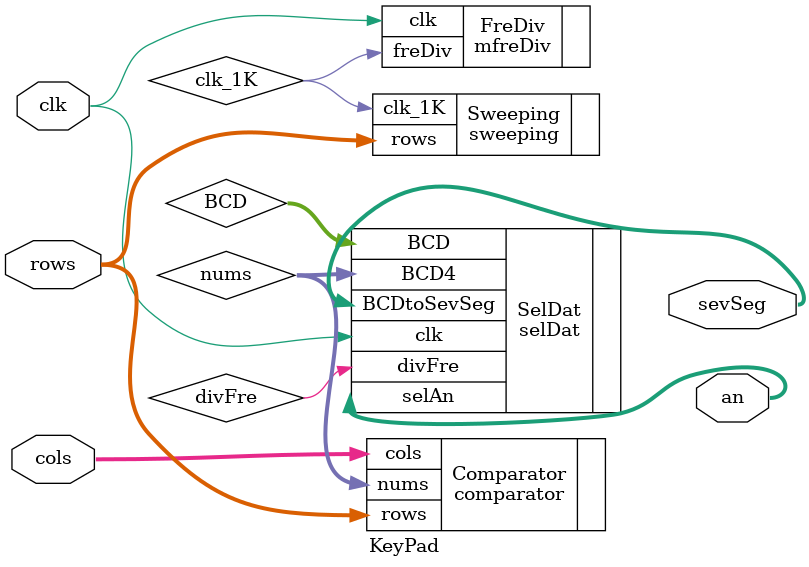
<source format=v>
`timescale 1ns / 1ps


module KeyPad(
    clk,
    cols,
    sevSeg,
    an,
    rows
    );
    
    input clk;
    input [3:0] cols;
    input [3:0] rows;
    output [6:0] sevSeg;
    output reg [3:0] an;
    
    
    wire clk_1K;
    wire [3:0]rows;
    wire [15:0] nums;
    wire [3:0]BCD;
    wire divFre;
 
    
    mfreDiv FreDiv(
    .clk(clk),
    .freDiv(clk_1K));
    
    
    sweeping Sweeping(
    .clk_1K(clk_1K),
    .rows(rows));
        
    comparator Comparator(
    .rows(rows),
    .cols(cols),
    .nums(nums)
    );
    
    selDat SelDat(
    .clk(clk),
    .BCD4(nums),
    .BCDtoSevSeg(sevSeg),
    .BCD(BCD),
    .selAn(an),
    .divFre(divFre)
    );
        
    
    
endmodule

</source>
